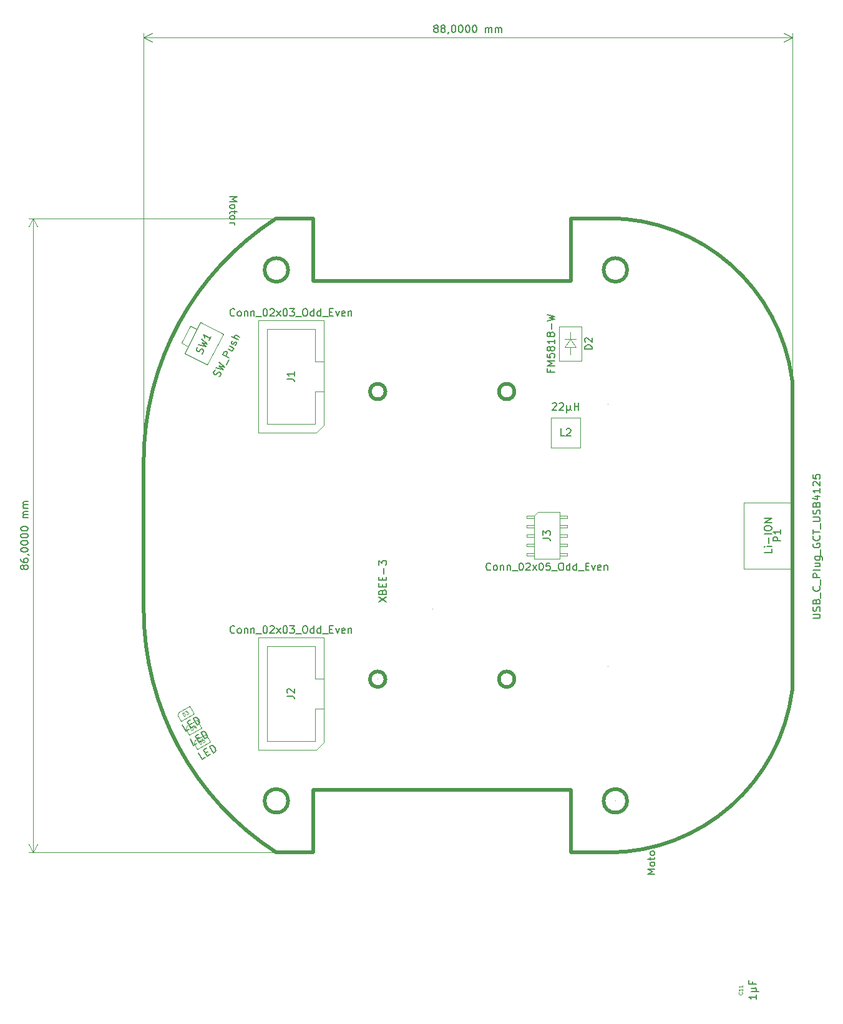
<source format=gbr>
%TF.GenerationSoftware,KiCad,Pcbnew,6.0.7-f9a2dced07~116~ubuntu20.04.1*%
%TF.CreationDate,2022-08-31T16:11:48+02:00*%
%TF.ProjectId,dumber-v3,64756d62-6572-42d7-9633-2e6b69636164,1.1*%
%TF.SameCoordinates,Original*%
%TF.FileFunction,AssemblyDrawing,Top*%
%FSLAX46Y46*%
G04 Gerber Fmt 4.6, Leading zero omitted, Abs format (unit mm)*
G04 Created by KiCad (PCBNEW 6.0.7-f9a2dced07~116~ubuntu20.04.1) date 2022-08-31 16:11:48*
%MOMM*%
%LPD*%
G01*
G04 APERTURE LIST*
%TA.AperFunction,Profile*%
%ADD10C,0.010050*%
%TD*%
%TA.AperFunction,Profile*%
%ADD11C,0.500000*%
%TD*%
%ADD12C,0.150000*%
%ADD13C,0.100000*%
%ADD14C,0.080000*%
G04 APERTURE END LIST*
D10*
X173755025Y-70000000D02*
G75*
G03*
X173755025Y-70000000I-5025J0D01*
G01*
X141505025Y-86500000D02*
G75*
G03*
X141505025Y-86500000I-5025J0D01*
G01*
D11*
X175350000Y-70000000D02*
G75*
G03*
X175350000Y-70000000I-1600000J0D01*
G01*
X142550000Y-86500000D02*
G75*
G03*
X142550000Y-86500000I-1050000J0D01*
G01*
X167750000Y-63000000D02*
X167750000Y-71500000D01*
X109750000Y-96000000D02*
X109750000Y-116000000D01*
X129350000Y-142000000D02*
G75*
G03*
X129350000Y-142000000I-1600000J0D01*
G01*
X127750000Y-63000000D02*
G75*
G03*
X109750000Y-96000000I21250000J-33000000D01*
G01*
X197750000Y-127000000D02*
X197750000Y-85000000D01*
X129350000Y-70000000D02*
G75*
G03*
X129350000Y-70000000I-1600000J0D01*
G01*
X167750000Y-149000000D02*
X172750000Y-149000000D01*
X172750000Y-63000000D02*
X167750000Y-63000000D01*
D10*
X172755025Y-123795455D02*
G75*
G03*
X172755025Y-123795455I-5025J0D01*
G01*
X159005025Y-125500000D02*
G75*
G03*
X159005025Y-125500000I-5025J0D01*
G01*
X159005025Y-86500000D02*
G75*
G03*
X159005025Y-86500000I-5025J0D01*
G01*
X172755025Y-88204545D02*
G75*
G03*
X172755025Y-88204545I-5025J0D01*
G01*
X149005025Y-116000000D02*
G75*
G03*
X149005025Y-116000000I-5025J0D01*
G01*
D11*
X132750000Y-149000000D02*
X132750000Y-140500000D01*
X167750000Y-140500000D02*
X167750000Y-149000000D01*
X127750000Y-149000000D02*
X132750000Y-149000000D01*
X167750000Y-71500000D02*
X132750000Y-71500000D01*
D10*
X127755025Y-70000000D02*
G75*
G03*
X127755025Y-70000000I-5025J0D01*
G01*
D11*
X109750000Y-116000000D02*
G75*
G03*
X127750000Y-149000000I39250000J0D01*
G01*
X175350000Y-142000000D02*
G75*
G03*
X175350000Y-142000000I-1600000J0D01*
G01*
D10*
X149005025Y-96000000D02*
G75*
G03*
X149005025Y-96000000I-5025J0D01*
G01*
D11*
X132750000Y-63000000D02*
X127750000Y-63000000D01*
X132750000Y-71500000D02*
X132750000Y-63000000D01*
X197750047Y-84999994D02*
G75*
G03*
X172750000Y-63000000I-25000047J-3204606D01*
G01*
X160050000Y-86500000D02*
G75*
G03*
X160050000Y-86500000I-1050000J0D01*
G01*
D10*
X173755025Y-142000000D02*
G75*
G03*
X173755025Y-142000000I-5025J0D01*
G01*
X141505025Y-125500000D02*
G75*
G03*
X141505025Y-125500000I-5025J0D01*
G01*
D11*
X132750000Y-140500000D02*
X167750000Y-140500000D01*
X160050000Y-125500000D02*
G75*
G03*
X160050000Y-125500000I-1050000J0D01*
G01*
X142550000Y-125500000D02*
G75*
G03*
X142550000Y-125500000I-1050000J0D01*
G01*
X172750000Y-149000005D02*
G75*
G03*
X197750000Y-127000000I0J25204545D01*
G01*
D10*
X127755025Y-142000000D02*
G75*
G03*
X127755025Y-142000000I-5025J0D01*
G01*
D12*
X93480952Y-110428571D02*
X93433333Y-110523809D01*
X93385714Y-110571428D01*
X93290476Y-110619047D01*
X93242857Y-110619047D01*
X93147619Y-110571428D01*
X93100000Y-110523809D01*
X93052380Y-110428571D01*
X93052380Y-110238095D01*
X93100000Y-110142857D01*
X93147619Y-110095238D01*
X93242857Y-110047619D01*
X93290476Y-110047619D01*
X93385714Y-110095238D01*
X93433333Y-110142857D01*
X93480952Y-110238095D01*
X93480952Y-110428571D01*
X93528571Y-110523809D01*
X93576190Y-110571428D01*
X93671428Y-110619047D01*
X93861904Y-110619047D01*
X93957142Y-110571428D01*
X94004761Y-110523809D01*
X94052380Y-110428571D01*
X94052380Y-110238095D01*
X94004761Y-110142857D01*
X93957142Y-110095238D01*
X93861904Y-110047619D01*
X93671428Y-110047619D01*
X93576190Y-110095238D01*
X93528571Y-110142857D01*
X93480952Y-110238095D01*
X93052380Y-109190476D02*
X93052380Y-109380952D01*
X93100000Y-109476190D01*
X93147619Y-109523809D01*
X93290476Y-109619047D01*
X93480952Y-109666666D01*
X93861904Y-109666666D01*
X93957142Y-109619047D01*
X94004761Y-109571428D01*
X94052380Y-109476190D01*
X94052380Y-109285714D01*
X94004761Y-109190476D01*
X93957142Y-109142857D01*
X93861904Y-109095238D01*
X93623809Y-109095238D01*
X93528571Y-109142857D01*
X93480952Y-109190476D01*
X93433333Y-109285714D01*
X93433333Y-109476190D01*
X93480952Y-109571428D01*
X93528571Y-109619047D01*
X93623809Y-109666666D01*
X94004761Y-108619047D02*
X94052380Y-108619047D01*
X94147619Y-108666666D01*
X94195238Y-108714285D01*
X93052380Y-108000000D02*
X93052380Y-107904761D01*
X93100000Y-107809523D01*
X93147619Y-107761904D01*
X93242857Y-107714285D01*
X93433333Y-107666666D01*
X93671428Y-107666666D01*
X93861904Y-107714285D01*
X93957142Y-107761904D01*
X94004761Y-107809523D01*
X94052380Y-107904761D01*
X94052380Y-108000000D01*
X94004761Y-108095238D01*
X93957142Y-108142857D01*
X93861904Y-108190476D01*
X93671428Y-108238095D01*
X93433333Y-108238095D01*
X93242857Y-108190476D01*
X93147619Y-108142857D01*
X93100000Y-108095238D01*
X93052380Y-108000000D01*
X93052380Y-107047619D02*
X93052380Y-106952380D01*
X93100000Y-106857142D01*
X93147619Y-106809523D01*
X93242857Y-106761904D01*
X93433333Y-106714285D01*
X93671428Y-106714285D01*
X93861904Y-106761904D01*
X93957142Y-106809523D01*
X94004761Y-106857142D01*
X94052380Y-106952380D01*
X94052380Y-107047619D01*
X94004761Y-107142857D01*
X93957142Y-107190476D01*
X93861904Y-107238095D01*
X93671428Y-107285714D01*
X93433333Y-107285714D01*
X93242857Y-107238095D01*
X93147619Y-107190476D01*
X93100000Y-107142857D01*
X93052380Y-107047619D01*
X93052380Y-106095238D02*
X93052380Y-106000000D01*
X93100000Y-105904761D01*
X93147619Y-105857142D01*
X93242857Y-105809523D01*
X93433333Y-105761904D01*
X93671428Y-105761904D01*
X93861904Y-105809523D01*
X93957142Y-105857142D01*
X94004761Y-105904761D01*
X94052380Y-106000000D01*
X94052380Y-106095238D01*
X94004761Y-106190476D01*
X93957142Y-106238095D01*
X93861904Y-106285714D01*
X93671428Y-106333333D01*
X93433333Y-106333333D01*
X93242857Y-106285714D01*
X93147619Y-106238095D01*
X93100000Y-106190476D01*
X93052380Y-106095238D01*
X93052380Y-105142857D02*
X93052380Y-105047619D01*
X93100000Y-104952380D01*
X93147619Y-104904761D01*
X93242857Y-104857142D01*
X93433333Y-104809523D01*
X93671428Y-104809523D01*
X93861904Y-104857142D01*
X93957142Y-104904761D01*
X94004761Y-104952380D01*
X94052380Y-105047619D01*
X94052380Y-105142857D01*
X94004761Y-105238095D01*
X93957142Y-105285714D01*
X93861904Y-105333333D01*
X93671428Y-105380952D01*
X93433333Y-105380952D01*
X93242857Y-105333333D01*
X93147619Y-105285714D01*
X93100000Y-105238095D01*
X93052380Y-105142857D01*
X94052380Y-103619047D02*
X93385714Y-103619047D01*
X93480952Y-103619047D02*
X93433333Y-103571428D01*
X93385714Y-103476190D01*
X93385714Y-103333333D01*
X93433333Y-103238095D01*
X93528571Y-103190476D01*
X94052380Y-103190476D01*
X93528571Y-103190476D02*
X93433333Y-103142857D01*
X93385714Y-103047619D01*
X93385714Y-102904761D01*
X93433333Y-102809523D01*
X93528571Y-102761904D01*
X94052380Y-102761904D01*
X94052380Y-102285714D02*
X93385714Y-102285714D01*
X93480952Y-102285714D02*
X93433333Y-102238095D01*
X93385714Y-102142857D01*
X93385714Y-102000000D01*
X93433333Y-101904761D01*
X93528571Y-101857142D01*
X94052380Y-101857142D01*
X93528571Y-101857142D02*
X93433333Y-101809523D01*
X93385714Y-101714285D01*
X93385714Y-101571428D01*
X93433333Y-101476190D01*
X93528571Y-101428571D01*
X94052380Y-101428571D01*
D13*
X129750000Y-63000000D02*
X94163580Y-63000000D01*
X129750000Y-149000000D02*
X94163580Y-149000000D01*
X94750000Y-63000000D02*
X94750000Y-149000000D01*
X94750000Y-63000000D02*
X94750000Y-149000000D01*
X94750000Y-63000000D02*
X94163579Y-64126504D01*
X94750000Y-63000000D02*
X95336421Y-64126504D01*
X94750000Y-149000000D02*
X95336421Y-147873496D01*
X94750000Y-149000000D02*
X94163579Y-147873496D01*
D12*
X149321428Y-37230952D02*
X149226190Y-37183333D01*
X149178571Y-37135714D01*
X149130952Y-37040476D01*
X149130952Y-36992857D01*
X149178571Y-36897619D01*
X149226190Y-36850000D01*
X149321428Y-36802380D01*
X149511904Y-36802380D01*
X149607142Y-36850000D01*
X149654761Y-36897619D01*
X149702380Y-36992857D01*
X149702380Y-37040476D01*
X149654761Y-37135714D01*
X149607142Y-37183333D01*
X149511904Y-37230952D01*
X149321428Y-37230952D01*
X149226190Y-37278571D01*
X149178571Y-37326190D01*
X149130952Y-37421428D01*
X149130952Y-37611904D01*
X149178571Y-37707142D01*
X149226190Y-37754761D01*
X149321428Y-37802380D01*
X149511904Y-37802380D01*
X149607142Y-37754761D01*
X149654761Y-37707142D01*
X149702380Y-37611904D01*
X149702380Y-37421428D01*
X149654761Y-37326190D01*
X149607142Y-37278571D01*
X149511904Y-37230952D01*
X150273809Y-37230952D02*
X150178571Y-37183333D01*
X150130952Y-37135714D01*
X150083333Y-37040476D01*
X150083333Y-36992857D01*
X150130952Y-36897619D01*
X150178571Y-36850000D01*
X150273809Y-36802380D01*
X150464285Y-36802380D01*
X150559523Y-36850000D01*
X150607142Y-36897619D01*
X150654761Y-36992857D01*
X150654761Y-37040476D01*
X150607142Y-37135714D01*
X150559523Y-37183333D01*
X150464285Y-37230952D01*
X150273809Y-37230952D01*
X150178571Y-37278571D01*
X150130952Y-37326190D01*
X150083333Y-37421428D01*
X150083333Y-37611904D01*
X150130952Y-37707142D01*
X150178571Y-37754761D01*
X150273809Y-37802380D01*
X150464285Y-37802380D01*
X150559523Y-37754761D01*
X150607142Y-37707142D01*
X150654761Y-37611904D01*
X150654761Y-37421428D01*
X150607142Y-37326190D01*
X150559523Y-37278571D01*
X150464285Y-37230952D01*
X151130952Y-37754761D02*
X151130952Y-37802380D01*
X151083333Y-37897619D01*
X151035714Y-37945238D01*
X151750000Y-36802380D02*
X151845238Y-36802380D01*
X151940476Y-36850000D01*
X151988095Y-36897619D01*
X152035714Y-36992857D01*
X152083333Y-37183333D01*
X152083333Y-37421428D01*
X152035714Y-37611904D01*
X151988095Y-37707142D01*
X151940476Y-37754761D01*
X151845238Y-37802380D01*
X151750000Y-37802380D01*
X151654761Y-37754761D01*
X151607142Y-37707142D01*
X151559523Y-37611904D01*
X151511904Y-37421428D01*
X151511904Y-37183333D01*
X151559523Y-36992857D01*
X151607142Y-36897619D01*
X151654761Y-36850000D01*
X151750000Y-36802380D01*
X152702380Y-36802380D02*
X152797619Y-36802380D01*
X152892857Y-36850000D01*
X152940476Y-36897619D01*
X152988095Y-36992857D01*
X153035714Y-37183333D01*
X153035714Y-37421428D01*
X152988095Y-37611904D01*
X152940476Y-37707142D01*
X152892857Y-37754761D01*
X152797619Y-37802380D01*
X152702380Y-37802380D01*
X152607142Y-37754761D01*
X152559523Y-37707142D01*
X152511904Y-37611904D01*
X152464285Y-37421428D01*
X152464285Y-37183333D01*
X152511904Y-36992857D01*
X152559523Y-36897619D01*
X152607142Y-36850000D01*
X152702380Y-36802380D01*
X153654761Y-36802380D02*
X153750000Y-36802380D01*
X153845238Y-36850000D01*
X153892857Y-36897619D01*
X153940476Y-36992857D01*
X153988095Y-37183333D01*
X153988095Y-37421428D01*
X153940476Y-37611904D01*
X153892857Y-37707142D01*
X153845238Y-37754761D01*
X153750000Y-37802380D01*
X153654761Y-37802380D01*
X153559523Y-37754761D01*
X153511904Y-37707142D01*
X153464285Y-37611904D01*
X153416666Y-37421428D01*
X153416666Y-37183333D01*
X153464285Y-36992857D01*
X153511904Y-36897619D01*
X153559523Y-36850000D01*
X153654761Y-36802380D01*
X154607142Y-36802380D02*
X154702380Y-36802380D01*
X154797619Y-36850000D01*
X154845238Y-36897619D01*
X154892857Y-36992857D01*
X154940476Y-37183333D01*
X154940476Y-37421428D01*
X154892857Y-37611904D01*
X154845238Y-37707142D01*
X154797619Y-37754761D01*
X154702380Y-37802380D01*
X154607142Y-37802380D01*
X154511904Y-37754761D01*
X154464285Y-37707142D01*
X154416666Y-37611904D01*
X154369047Y-37421428D01*
X154369047Y-37183333D01*
X154416666Y-36992857D01*
X154464285Y-36897619D01*
X154511904Y-36850000D01*
X154607142Y-36802380D01*
X156130952Y-37802380D02*
X156130952Y-37135714D01*
X156130952Y-37230952D02*
X156178571Y-37183333D01*
X156273809Y-37135714D01*
X156416666Y-37135714D01*
X156511904Y-37183333D01*
X156559523Y-37278571D01*
X156559523Y-37802380D01*
X156559523Y-37278571D02*
X156607142Y-37183333D01*
X156702380Y-37135714D01*
X156845238Y-37135714D01*
X156940476Y-37183333D01*
X156988095Y-37278571D01*
X156988095Y-37802380D01*
X157464285Y-37802380D02*
X157464285Y-37135714D01*
X157464285Y-37230952D02*
X157511904Y-37183333D01*
X157607142Y-37135714D01*
X157750000Y-37135714D01*
X157845238Y-37183333D01*
X157892857Y-37278571D01*
X157892857Y-37802380D01*
X157892857Y-37278571D02*
X157940476Y-37183333D01*
X158035714Y-37135714D01*
X158178571Y-37135714D01*
X158273809Y-37183333D01*
X158321428Y-37278571D01*
X158321428Y-37802380D01*
D13*
X109750000Y-102000000D02*
X109750000Y-37913580D01*
X197750000Y-102000000D02*
X197750000Y-37913580D01*
X109750000Y-38500000D02*
X197750000Y-38500000D01*
X109750000Y-38500000D02*
X197750000Y-38500000D01*
X109750000Y-38500000D02*
X110876504Y-39086421D01*
X109750000Y-38500000D02*
X110876504Y-37913579D01*
X197750000Y-38500000D02*
X196623496Y-37913579D01*
X197750000Y-38500000D02*
X196623496Y-39086421D01*
D12*
%TO.C,M1*%
X179102380Y-151933333D02*
X178102380Y-151933333D01*
X178816666Y-151600000D01*
X178102380Y-151266666D01*
X179102380Y-151266666D01*
X179102380Y-150647619D02*
X179054761Y-150742857D01*
X179007142Y-150790476D01*
X178911904Y-150838095D01*
X178626190Y-150838095D01*
X178530952Y-150790476D01*
X178483333Y-150742857D01*
X178435714Y-150647619D01*
X178435714Y-150504761D01*
X178483333Y-150409523D01*
X178530952Y-150361904D01*
X178626190Y-150314285D01*
X178911904Y-150314285D01*
X179007142Y-150361904D01*
X179054761Y-150409523D01*
X179102380Y-150504761D01*
X179102380Y-150647619D01*
X178435714Y-150028571D02*
X178435714Y-149647619D01*
X178102380Y-149885714D02*
X178959523Y-149885714D01*
X179054761Y-149838095D01*
X179102380Y-149742857D01*
X179102380Y-149647619D01*
X179102380Y-149171428D02*
X179054761Y-149266666D01*
X179007142Y-149314285D01*
X178911904Y-149361904D01*
X178626190Y-149361904D01*
X178530952Y-149314285D01*
X178483333Y-149266666D01*
X178435714Y-149171428D01*
X178435714Y-149028571D01*
X178483333Y-148933333D01*
X178530952Y-148885714D01*
X178626190Y-148838095D01*
X178911904Y-148838095D01*
X179007142Y-148885714D01*
X179054761Y-148933333D01*
X179102380Y-149028571D01*
X179102380Y-149171428D01*
X179102380Y-148409523D02*
X178435714Y-148409523D01*
X178626190Y-148409523D02*
X178530952Y-148361904D01*
X178483333Y-148314285D01*
X178435714Y-148219047D01*
X178435714Y-148123809D01*
%TO.C,SW1*%
X119995578Y-84488173D02*
X120102863Y-84382505D01*
X120210956Y-84170361D01*
X120211764Y-84063884D01*
X120190954Y-83999837D01*
X120127714Y-83914171D01*
X120042857Y-83870933D01*
X119936380Y-83870125D01*
X119872333Y-83890935D01*
X119786667Y-83954175D01*
X119657763Y-84102272D01*
X119572097Y-84165511D01*
X119508050Y-84186321D01*
X119401574Y-84185513D01*
X119316716Y-84142275D01*
X119253477Y-84056609D01*
X119232666Y-83992562D01*
X119233475Y-83886086D01*
X119341568Y-83673941D01*
X119448852Y-83568273D01*
X119557754Y-83249652D02*
X120556853Y-83491498D01*
X120006894Y-82997504D01*
X120729802Y-83152067D01*
X119946888Y-82485932D01*
X120987608Y-82855874D02*
X121333506Y-82177011D01*
X121356741Y-81921630D02*
X120465735Y-81467639D01*
X120638683Y-81128208D01*
X120724349Y-81064969D01*
X120788397Y-81044159D01*
X120894873Y-81044967D01*
X121022160Y-81109823D01*
X121085399Y-81195489D01*
X121106209Y-81259536D01*
X121105401Y-81366013D01*
X120932452Y-81705444D01*
X121411295Y-80346103D02*
X122005299Y-80648763D01*
X121216727Y-80727963D02*
X121683445Y-80965767D01*
X121789921Y-80966576D01*
X121875587Y-80903337D01*
X121940443Y-80776050D01*
X121941251Y-80669574D01*
X121920441Y-80605526D01*
X122157437Y-80245285D02*
X122243103Y-80182046D01*
X122329578Y-80012330D01*
X122330386Y-79905854D01*
X122267147Y-79820188D01*
X122224718Y-79798569D01*
X122118242Y-79797761D01*
X122032576Y-79861000D01*
X121967720Y-79988287D01*
X121882054Y-80051526D01*
X121775577Y-80050717D01*
X121733149Y-80029099D01*
X121669909Y-79943433D01*
X121670718Y-79836956D01*
X121735574Y-79709670D01*
X121821240Y-79646431D01*
X122589001Y-79503184D02*
X121697994Y-79049193D01*
X122783568Y-79121324D02*
X122316851Y-78883519D01*
X122210374Y-78882711D01*
X122124708Y-78945950D01*
X122059852Y-79073237D01*
X122059044Y-79179713D01*
X122079854Y-79243760D01*
X117655324Y-81371766D02*
X117762609Y-81266098D01*
X117870702Y-81053954D01*
X117871510Y-80947477D01*
X117850700Y-80883430D01*
X117787461Y-80797764D01*
X117702603Y-80754527D01*
X117596127Y-80753718D01*
X117532079Y-80774529D01*
X117446413Y-80837768D01*
X117317510Y-80985865D01*
X117231844Y-81049104D01*
X117167796Y-81069914D01*
X117061320Y-81069106D01*
X116976462Y-81025869D01*
X116913223Y-80940203D01*
X116892413Y-80876155D01*
X116893221Y-80769679D01*
X117001314Y-80557534D01*
X117108599Y-80451866D01*
X117217500Y-80133246D02*
X118216599Y-80375092D01*
X117666641Y-79881097D01*
X118389548Y-80035661D01*
X117606635Y-79369526D01*
X118908395Y-79017367D02*
X118648971Y-79526514D01*
X118778683Y-79271941D02*
X117887676Y-78817950D01*
X117971726Y-78967664D01*
X118013346Y-79095759D01*
X118012538Y-79202235D01*
%TO.C,J1*%
X122087142Y-76177142D02*
X122039523Y-76224761D01*
X121896666Y-76272380D01*
X121801428Y-76272380D01*
X121658571Y-76224761D01*
X121563333Y-76129523D01*
X121515714Y-76034285D01*
X121468095Y-75843809D01*
X121468095Y-75700952D01*
X121515714Y-75510476D01*
X121563333Y-75415238D01*
X121658571Y-75320000D01*
X121801428Y-75272380D01*
X121896666Y-75272380D01*
X122039523Y-75320000D01*
X122087142Y-75367619D01*
X122658571Y-76272380D02*
X122563333Y-76224761D01*
X122515714Y-76177142D01*
X122468095Y-76081904D01*
X122468095Y-75796190D01*
X122515714Y-75700952D01*
X122563333Y-75653333D01*
X122658571Y-75605714D01*
X122801428Y-75605714D01*
X122896666Y-75653333D01*
X122944285Y-75700952D01*
X122991904Y-75796190D01*
X122991904Y-76081904D01*
X122944285Y-76177142D01*
X122896666Y-76224761D01*
X122801428Y-76272380D01*
X122658571Y-76272380D01*
X123420476Y-75605714D02*
X123420476Y-76272380D01*
X123420476Y-75700952D02*
X123468095Y-75653333D01*
X123563333Y-75605714D01*
X123706190Y-75605714D01*
X123801428Y-75653333D01*
X123849047Y-75748571D01*
X123849047Y-76272380D01*
X124325238Y-75605714D02*
X124325238Y-76272380D01*
X124325238Y-75700952D02*
X124372857Y-75653333D01*
X124468095Y-75605714D01*
X124610952Y-75605714D01*
X124706190Y-75653333D01*
X124753809Y-75748571D01*
X124753809Y-76272380D01*
X124991904Y-76367619D02*
X125753809Y-76367619D01*
X126182380Y-75272380D02*
X126277619Y-75272380D01*
X126372857Y-75320000D01*
X126420476Y-75367619D01*
X126468095Y-75462857D01*
X126515714Y-75653333D01*
X126515714Y-75891428D01*
X126468095Y-76081904D01*
X126420476Y-76177142D01*
X126372857Y-76224761D01*
X126277619Y-76272380D01*
X126182380Y-76272380D01*
X126087142Y-76224761D01*
X126039523Y-76177142D01*
X125991904Y-76081904D01*
X125944285Y-75891428D01*
X125944285Y-75653333D01*
X125991904Y-75462857D01*
X126039523Y-75367619D01*
X126087142Y-75320000D01*
X126182380Y-75272380D01*
X126896666Y-75367619D02*
X126944285Y-75320000D01*
X127039523Y-75272380D01*
X127277619Y-75272380D01*
X127372857Y-75320000D01*
X127420476Y-75367619D01*
X127468095Y-75462857D01*
X127468095Y-75558095D01*
X127420476Y-75700952D01*
X126849047Y-76272380D01*
X127468095Y-76272380D01*
X127801428Y-76272380D02*
X128325238Y-75605714D01*
X127801428Y-75605714D02*
X128325238Y-76272380D01*
X128896666Y-75272380D02*
X128991904Y-75272380D01*
X129087142Y-75320000D01*
X129134761Y-75367619D01*
X129182380Y-75462857D01*
X129230000Y-75653333D01*
X129230000Y-75891428D01*
X129182380Y-76081904D01*
X129134761Y-76177142D01*
X129087142Y-76224761D01*
X128991904Y-76272380D01*
X128896666Y-76272380D01*
X128801428Y-76224761D01*
X128753809Y-76177142D01*
X128706190Y-76081904D01*
X128658571Y-75891428D01*
X128658571Y-75653333D01*
X128706190Y-75462857D01*
X128753809Y-75367619D01*
X128801428Y-75320000D01*
X128896666Y-75272380D01*
X129563333Y-75272380D02*
X130182380Y-75272380D01*
X129849047Y-75653333D01*
X129991904Y-75653333D01*
X130087142Y-75700952D01*
X130134761Y-75748571D01*
X130182380Y-75843809D01*
X130182380Y-76081904D01*
X130134761Y-76177142D01*
X130087142Y-76224761D01*
X129991904Y-76272380D01*
X129706190Y-76272380D01*
X129610952Y-76224761D01*
X129563333Y-76177142D01*
X130372857Y-76367619D02*
X131134761Y-76367619D01*
X131563333Y-75272380D02*
X131753809Y-75272380D01*
X131849047Y-75320000D01*
X131944285Y-75415238D01*
X131991904Y-75605714D01*
X131991904Y-75939047D01*
X131944285Y-76129523D01*
X131849047Y-76224761D01*
X131753809Y-76272380D01*
X131563333Y-76272380D01*
X131468095Y-76224761D01*
X131372857Y-76129523D01*
X131325238Y-75939047D01*
X131325238Y-75605714D01*
X131372857Y-75415238D01*
X131468095Y-75320000D01*
X131563333Y-75272380D01*
X132849047Y-76272380D02*
X132849047Y-75272380D01*
X132849047Y-76224761D02*
X132753809Y-76272380D01*
X132563333Y-76272380D01*
X132468095Y-76224761D01*
X132420476Y-76177142D01*
X132372857Y-76081904D01*
X132372857Y-75796190D01*
X132420476Y-75700952D01*
X132468095Y-75653333D01*
X132563333Y-75605714D01*
X132753809Y-75605714D01*
X132849047Y-75653333D01*
X133753809Y-76272380D02*
X133753809Y-75272380D01*
X133753809Y-76224761D02*
X133658571Y-76272380D01*
X133468095Y-76272380D01*
X133372857Y-76224761D01*
X133325238Y-76177142D01*
X133277619Y-76081904D01*
X133277619Y-75796190D01*
X133325238Y-75700952D01*
X133372857Y-75653333D01*
X133468095Y-75605714D01*
X133658571Y-75605714D01*
X133753809Y-75653333D01*
X133991904Y-76367619D02*
X134753809Y-76367619D01*
X134991904Y-75748571D02*
X135325238Y-75748571D01*
X135468095Y-76272380D02*
X134991904Y-76272380D01*
X134991904Y-75272380D01*
X135468095Y-75272380D01*
X135801428Y-75605714D02*
X136039523Y-76272380D01*
X136277619Y-75605714D01*
X137039523Y-76224761D02*
X136944285Y-76272380D01*
X136753809Y-76272380D01*
X136658571Y-76224761D01*
X136610952Y-76129523D01*
X136610952Y-75748571D01*
X136658571Y-75653333D01*
X136753809Y-75605714D01*
X136944285Y-75605714D01*
X137039523Y-75653333D01*
X137087142Y-75748571D01*
X137087142Y-75843809D01*
X136610952Y-75939047D01*
X137515714Y-75605714D02*
X137515714Y-76272380D01*
X137515714Y-75700952D02*
X137563333Y-75653333D01*
X137658571Y-75605714D01*
X137801428Y-75605714D01*
X137896666Y-75653333D01*
X137944285Y-75748571D01*
X137944285Y-76272380D01*
X129182380Y-84793333D02*
X129896666Y-84793333D01*
X130039523Y-84840952D01*
X130134761Y-84936190D01*
X130182380Y-85079047D01*
X130182380Y-85174285D01*
X130182380Y-83793333D02*
X130182380Y-84364761D01*
X130182380Y-84079047D02*
X129182380Y-84079047D01*
X129325238Y-84174285D01*
X129420476Y-84269523D01*
X129468095Y-84364761D01*
%TO.C,D2*%
X164968571Y-83533809D02*
X164968571Y-83867142D01*
X165492380Y-83867142D02*
X164492380Y-83867142D01*
X164492380Y-83390952D01*
X165492380Y-83010000D02*
X164492380Y-83010000D01*
X165206666Y-82676666D01*
X164492380Y-82343333D01*
X165492380Y-82343333D01*
X164492380Y-81390952D02*
X164492380Y-81867142D01*
X164968571Y-81914761D01*
X164920952Y-81867142D01*
X164873333Y-81771904D01*
X164873333Y-81533809D01*
X164920952Y-81438571D01*
X164968571Y-81390952D01*
X165063809Y-81343333D01*
X165301904Y-81343333D01*
X165397142Y-81390952D01*
X165444761Y-81438571D01*
X165492380Y-81533809D01*
X165492380Y-81771904D01*
X165444761Y-81867142D01*
X165397142Y-81914761D01*
X164920952Y-80771904D02*
X164873333Y-80867142D01*
X164825714Y-80914761D01*
X164730476Y-80962380D01*
X164682857Y-80962380D01*
X164587619Y-80914761D01*
X164540000Y-80867142D01*
X164492380Y-80771904D01*
X164492380Y-80581428D01*
X164540000Y-80486190D01*
X164587619Y-80438571D01*
X164682857Y-80390952D01*
X164730476Y-80390952D01*
X164825714Y-80438571D01*
X164873333Y-80486190D01*
X164920952Y-80581428D01*
X164920952Y-80771904D01*
X164968571Y-80867142D01*
X165016190Y-80914761D01*
X165111428Y-80962380D01*
X165301904Y-80962380D01*
X165397142Y-80914761D01*
X165444761Y-80867142D01*
X165492380Y-80771904D01*
X165492380Y-80581428D01*
X165444761Y-80486190D01*
X165397142Y-80438571D01*
X165301904Y-80390952D01*
X165111428Y-80390952D01*
X165016190Y-80438571D01*
X164968571Y-80486190D01*
X164920952Y-80581428D01*
X165492380Y-79438571D02*
X165492380Y-80010000D01*
X165492380Y-79724285D02*
X164492380Y-79724285D01*
X164635238Y-79819523D01*
X164730476Y-79914761D01*
X164778095Y-80010000D01*
X164920952Y-78867142D02*
X164873333Y-78962380D01*
X164825714Y-79010000D01*
X164730476Y-79057619D01*
X164682857Y-79057619D01*
X164587619Y-79010000D01*
X164540000Y-78962380D01*
X164492380Y-78867142D01*
X164492380Y-78676666D01*
X164540000Y-78581428D01*
X164587619Y-78533809D01*
X164682857Y-78486190D01*
X164730476Y-78486190D01*
X164825714Y-78533809D01*
X164873333Y-78581428D01*
X164920952Y-78676666D01*
X164920952Y-78867142D01*
X164968571Y-78962380D01*
X165016190Y-79010000D01*
X165111428Y-79057619D01*
X165301904Y-79057619D01*
X165397142Y-79010000D01*
X165444761Y-78962380D01*
X165492380Y-78867142D01*
X165492380Y-78676666D01*
X165444761Y-78581428D01*
X165397142Y-78533809D01*
X165301904Y-78486190D01*
X165111428Y-78486190D01*
X165016190Y-78533809D01*
X164968571Y-78581428D01*
X164920952Y-78676666D01*
X165111428Y-78057619D02*
X165111428Y-77295714D01*
X164492380Y-76914761D02*
X165492380Y-76676666D01*
X164778095Y-76486190D01*
X165492380Y-76295714D01*
X164492380Y-76057619D01*
X170592380Y-80748095D02*
X169592380Y-80748095D01*
X169592380Y-80510000D01*
X169640000Y-80367142D01*
X169735238Y-80271904D01*
X169830476Y-80224285D01*
X170020952Y-80176666D01*
X170163809Y-80176666D01*
X170354285Y-80224285D01*
X170449523Y-80271904D01*
X170544761Y-80367142D01*
X170592380Y-80510000D01*
X170592380Y-80748095D01*
X169687619Y-79795714D02*
X169640000Y-79748095D01*
X169592380Y-79652857D01*
X169592380Y-79414761D01*
X169640000Y-79319523D01*
X169687619Y-79271904D01*
X169782857Y-79224285D01*
X169878095Y-79224285D01*
X170020952Y-79271904D01*
X170592380Y-79843333D01*
X170592380Y-79224285D01*
%TO.C,D5*%
X118094459Y-136127143D02*
X117682066Y-136365239D01*
X117182066Y-135499213D01*
X118121230Y-135506844D02*
X118409905Y-135340178D01*
X118795528Y-135722382D02*
X118383134Y-135960477D01*
X117883134Y-135094451D01*
X118295528Y-134856356D01*
X119166681Y-135508096D02*
X118666681Y-134642070D01*
X118872878Y-134523023D01*
X119020405Y-134492834D01*
X119150503Y-134527693D01*
X119239361Y-134586362D01*
X119375839Y-134727510D01*
X119447267Y-134851228D01*
X119501266Y-135039995D01*
X119507646Y-135146283D01*
X119472786Y-135276380D01*
X119372878Y-135389048D01*
X119166681Y-135508096D01*
D14*
X117393490Y-134365410D02*
X117143490Y-133932397D01*
X117246588Y-133872873D01*
X117320352Y-133857779D01*
X117385401Y-133875209D01*
X117429830Y-133904543D01*
X117498069Y-133975117D01*
X117533783Y-134036976D01*
X117560782Y-134131359D01*
X117563972Y-134184503D01*
X117546543Y-134249552D01*
X117496588Y-134305886D01*
X117393490Y-134365410D01*
X117782699Y-133563350D02*
X117576503Y-133682397D01*
X117674931Y-133900499D01*
X117683646Y-133867974D01*
X117712980Y-133823545D01*
X117816078Y-133764021D01*
X117869223Y-133760831D01*
X117901747Y-133769546D01*
X117946176Y-133798881D01*
X118005700Y-133901979D01*
X118008890Y-133955123D01*
X118000175Y-133987647D01*
X117970840Y-134032077D01*
X117867742Y-134091600D01*
X117814598Y-134094790D01*
X117782074Y-134086075D01*
D12*
%TO.C,M2*%
X121447619Y-60066666D02*
X122447619Y-60066666D01*
X121733333Y-60400000D01*
X122447619Y-60733333D01*
X121447619Y-60733333D01*
X121447619Y-61352380D02*
X121495238Y-61257142D01*
X121542857Y-61209523D01*
X121638095Y-61161904D01*
X121923809Y-61161904D01*
X122019047Y-61209523D01*
X122066666Y-61257142D01*
X122114285Y-61352380D01*
X122114285Y-61495238D01*
X122066666Y-61590476D01*
X122019047Y-61638095D01*
X121923809Y-61685714D01*
X121638095Y-61685714D01*
X121542857Y-61638095D01*
X121495238Y-61590476D01*
X121447619Y-61495238D01*
X121447619Y-61352380D01*
X122114285Y-61971428D02*
X122114285Y-62352380D01*
X122447619Y-62114285D02*
X121590476Y-62114285D01*
X121495238Y-62161904D01*
X121447619Y-62257142D01*
X121447619Y-62352380D01*
X121447619Y-62828571D02*
X121495238Y-62733333D01*
X121542857Y-62685714D01*
X121638095Y-62638095D01*
X121923809Y-62638095D01*
X122019047Y-62685714D01*
X122066666Y-62733333D01*
X122114285Y-62828571D01*
X122114285Y-62971428D01*
X122066666Y-63066666D01*
X122019047Y-63114285D01*
X121923809Y-63161904D01*
X121638095Y-63161904D01*
X121542857Y-63114285D01*
X121495238Y-63066666D01*
X121447619Y-62971428D01*
X121447619Y-62828571D01*
X121447619Y-63590476D02*
X122114285Y-63590476D01*
X121923809Y-63590476D02*
X122019047Y-63638095D01*
X122066666Y-63685714D01*
X122114285Y-63780952D01*
X122114285Y-63876190D01*
%TO.C,BT1*%
X194952380Y-107833333D02*
X194952380Y-108309523D01*
X193952380Y-108309523D01*
X194952380Y-107500000D02*
X194285714Y-107500000D01*
X193952380Y-107500000D02*
X194000000Y-107547619D01*
X194047619Y-107500000D01*
X194000000Y-107452380D01*
X193952380Y-107500000D01*
X194047619Y-107500000D01*
X194571428Y-107023809D02*
X194571428Y-106261904D01*
X194952380Y-105785714D02*
X193952380Y-105785714D01*
X193952380Y-105119047D02*
X193952380Y-104928571D01*
X194000000Y-104833333D01*
X194095238Y-104738095D01*
X194285714Y-104690476D01*
X194619047Y-104690476D01*
X194809523Y-104738095D01*
X194904761Y-104833333D01*
X194952380Y-104928571D01*
X194952380Y-105119047D01*
X194904761Y-105214285D01*
X194809523Y-105309523D01*
X194619047Y-105357142D01*
X194285714Y-105357142D01*
X194095238Y-105309523D01*
X194000000Y-105214285D01*
X193952380Y-105119047D01*
X194952380Y-104261904D02*
X193952380Y-104261904D01*
X194952380Y-103690476D01*
X193952380Y-103690476D01*
%TO.C,J2*%
X122087142Y-119177142D02*
X122039523Y-119224761D01*
X121896666Y-119272380D01*
X121801428Y-119272380D01*
X121658571Y-119224761D01*
X121563333Y-119129523D01*
X121515714Y-119034285D01*
X121468095Y-118843809D01*
X121468095Y-118700952D01*
X121515714Y-118510476D01*
X121563333Y-118415238D01*
X121658571Y-118320000D01*
X121801428Y-118272380D01*
X121896666Y-118272380D01*
X122039523Y-118320000D01*
X122087142Y-118367619D01*
X122658571Y-119272380D02*
X122563333Y-119224761D01*
X122515714Y-119177142D01*
X122468095Y-119081904D01*
X122468095Y-118796190D01*
X122515714Y-118700952D01*
X122563333Y-118653333D01*
X122658571Y-118605714D01*
X122801428Y-118605714D01*
X122896666Y-118653333D01*
X122944285Y-118700952D01*
X122991904Y-118796190D01*
X122991904Y-119081904D01*
X122944285Y-119177142D01*
X122896666Y-119224761D01*
X122801428Y-119272380D01*
X122658571Y-119272380D01*
X123420476Y-118605714D02*
X123420476Y-119272380D01*
X123420476Y-118700952D02*
X123468095Y-118653333D01*
X123563333Y-118605714D01*
X123706190Y-118605714D01*
X123801428Y-118653333D01*
X123849047Y-118748571D01*
X123849047Y-119272380D01*
X124325238Y-118605714D02*
X124325238Y-119272380D01*
X124325238Y-118700952D02*
X124372857Y-118653333D01*
X124468095Y-118605714D01*
X124610952Y-118605714D01*
X124706190Y-118653333D01*
X124753809Y-118748571D01*
X124753809Y-119272380D01*
X124991904Y-119367619D02*
X125753809Y-119367619D01*
X126182380Y-118272380D02*
X126277619Y-118272380D01*
X126372857Y-118320000D01*
X126420476Y-118367619D01*
X126468095Y-118462857D01*
X126515714Y-118653333D01*
X126515714Y-118891428D01*
X126468095Y-119081904D01*
X126420476Y-119177142D01*
X126372857Y-119224761D01*
X126277619Y-119272380D01*
X126182380Y-119272380D01*
X126087142Y-119224761D01*
X126039523Y-119177142D01*
X125991904Y-119081904D01*
X125944285Y-118891428D01*
X125944285Y-118653333D01*
X125991904Y-118462857D01*
X126039523Y-118367619D01*
X126087142Y-118320000D01*
X126182380Y-118272380D01*
X126896666Y-118367619D02*
X126944285Y-118320000D01*
X127039523Y-118272380D01*
X127277619Y-118272380D01*
X127372857Y-118320000D01*
X127420476Y-118367619D01*
X127468095Y-118462857D01*
X127468095Y-118558095D01*
X127420476Y-118700952D01*
X126849047Y-119272380D01*
X127468095Y-119272380D01*
X127801428Y-119272380D02*
X128325238Y-118605714D01*
X127801428Y-118605714D02*
X128325238Y-119272380D01*
X128896666Y-118272380D02*
X128991904Y-118272380D01*
X129087142Y-118320000D01*
X129134761Y-118367619D01*
X129182380Y-118462857D01*
X129230000Y-118653333D01*
X129230000Y-118891428D01*
X129182380Y-119081904D01*
X129134761Y-119177142D01*
X129087142Y-119224761D01*
X128991904Y-119272380D01*
X128896666Y-119272380D01*
X128801428Y-119224761D01*
X128753809Y-119177142D01*
X128706190Y-119081904D01*
X128658571Y-118891428D01*
X128658571Y-118653333D01*
X128706190Y-118462857D01*
X128753809Y-118367619D01*
X128801428Y-118320000D01*
X128896666Y-118272380D01*
X129563333Y-118272380D02*
X130182380Y-118272380D01*
X129849047Y-118653333D01*
X129991904Y-118653333D01*
X130087142Y-118700952D01*
X130134761Y-118748571D01*
X130182380Y-118843809D01*
X130182380Y-119081904D01*
X130134761Y-119177142D01*
X130087142Y-119224761D01*
X129991904Y-119272380D01*
X129706190Y-119272380D01*
X129610952Y-119224761D01*
X129563333Y-119177142D01*
X130372857Y-119367619D02*
X131134761Y-119367619D01*
X131563333Y-118272380D02*
X131753809Y-118272380D01*
X131849047Y-118320000D01*
X131944285Y-118415238D01*
X131991904Y-118605714D01*
X131991904Y-118939047D01*
X131944285Y-119129523D01*
X131849047Y-119224761D01*
X131753809Y-119272380D01*
X131563333Y-119272380D01*
X131468095Y-119224761D01*
X131372857Y-119129523D01*
X131325238Y-118939047D01*
X131325238Y-118605714D01*
X131372857Y-118415238D01*
X131468095Y-118320000D01*
X131563333Y-118272380D01*
X132849047Y-119272380D02*
X132849047Y-118272380D01*
X132849047Y-119224761D02*
X132753809Y-119272380D01*
X132563333Y-119272380D01*
X132468095Y-119224761D01*
X132420476Y-119177142D01*
X132372857Y-119081904D01*
X132372857Y-118796190D01*
X132420476Y-118700952D01*
X132468095Y-118653333D01*
X132563333Y-118605714D01*
X132753809Y-118605714D01*
X132849047Y-118653333D01*
X133753809Y-119272380D02*
X133753809Y-118272380D01*
X133753809Y-119224761D02*
X133658571Y-119272380D01*
X133468095Y-119272380D01*
X133372857Y-119224761D01*
X133325238Y-119177142D01*
X133277619Y-119081904D01*
X133277619Y-118796190D01*
X133325238Y-118700952D01*
X133372857Y-118653333D01*
X133468095Y-118605714D01*
X133658571Y-118605714D01*
X133753809Y-118653333D01*
X133991904Y-119367619D02*
X134753809Y-119367619D01*
X134991904Y-118748571D02*
X135325238Y-118748571D01*
X135468095Y-119272380D02*
X134991904Y-119272380D01*
X134991904Y-118272380D01*
X135468095Y-118272380D01*
X135801428Y-118605714D02*
X136039523Y-119272380D01*
X136277619Y-118605714D01*
X137039523Y-119224761D02*
X136944285Y-119272380D01*
X136753809Y-119272380D01*
X136658571Y-119224761D01*
X136610952Y-119129523D01*
X136610952Y-118748571D01*
X136658571Y-118653333D01*
X136753809Y-118605714D01*
X136944285Y-118605714D01*
X137039523Y-118653333D01*
X137087142Y-118748571D01*
X137087142Y-118843809D01*
X136610952Y-118939047D01*
X137515714Y-118605714D02*
X137515714Y-119272380D01*
X137515714Y-118700952D02*
X137563333Y-118653333D01*
X137658571Y-118605714D01*
X137801428Y-118605714D01*
X137896666Y-118653333D01*
X137944285Y-118748571D01*
X137944285Y-119272380D01*
X129182380Y-127793333D02*
X129896666Y-127793333D01*
X130039523Y-127840952D01*
X130134761Y-127936190D01*
X130182380Y-128079047D01*
X130182380Y-128174285D01*
X129277619Y-127364761D02*
X129230000Y-127317142D01*
X129182380Y-127221904D01*
X129182380Y-126983809D01*
X129230000Y-126888571D01*
X129277619Y-126840952D01*
X129372857Y-126793333D01*
X129468095Y-126793333D01*
X129610952Y-126840952D01*
X130182380Y-127412380D01*
X130182380Y-126793333D01*
%TO.C,P1*%
X200532380Y-117263095D02*
X201341904Y-117263095D01*
X201437142Y-117215476D01*
X201484761Y-117167857D01*
X201532380Y-117072619D01*
X201532380Y-116882142D01*
X201484761Y-116786904D01*
X201437142Y-116739285D01*
X201341904Y-116691666D01*
X200532380Y-116691666D01*
X201484761Y-116263095D02*
X201532380Y-116120238D01*
X201532380Y-115882142D01*
X201484761Y-115786904D01*
X201437142Y-115739285D01*
X201341904Y-115691666D01*
X201246666Y-115691666D01*
X201151428Y-115739285D01*
X201103809Y-115786904D01*
X201056190Y-115882142D01*
X201008571Y-116072619D01*
X200960952Y-116167857D01*
X200913333Y-116215476D01*
X200818095Y-116263095D01*
X200722857Y-116263095D01*
X200627619Y-116215476D01*
X200580000Y-116167857D01*
X200532380Y-116072619D01*
X200532380Y-115834523D01*
X200580000Y-115691666D01*
X201008571Y-114929761D02*
X201056190Y-114786904D01*
X201103809Y-114739285D01*
X201199047Y-114691666D01*
X201341904Y-114691666D01*
X201437142Y-114739285D01*
X201484761Y-114786904D01*
X201532380Y-114882142D01*
X201532380Y-115263095D01*
X200532380Y-115263095D01*
X200532380Y-114929761D01*
X200580000Y-114834523D01*
X200627619Y-114786904D01*
X200722857Y-114739285D01*
X200818095Y-114739285D01*
X200913333Y-114786904D01*
X200960952Y-114834523D01*
X201008571Y-114929761D01*
X201008571Y-115263095D01*
X201627619Y-114501190D02*
X201627619Y-113739285D01*
X201437142Y-112929761D02*
X201484761Y-112977380D01*
X201532380Y-113120238D01*
X201532380Y-113215476D01*
X201484761Y-113358333D01*
X201389523Y-113453571D01*
X201294285Y-113501190D01*
X201103809Y-113548809D01*
X200960952Y-113548809D01*
X200770476Y-113501190D01*
X200675238Y-113453571D01*
X200580000Y-113358333D01*
X200532380Y-113215476D01*
X200532380Y-113120238D01*
X200580000Y-112977380D01*
X200627619Y-112929761D01*
X201627619Y-112739285D02*
X201627619Y-111977380D01*
X201532380Y-111739285D02*
X200532380Y-111739285D01*
X200532380Y-111358333D01*
X200580000Y-111263095D01*
X200627619Y-111215476D01*
X200722857Y-111167857D01*
X200865714Y-111167857D01*
X200960952Y-111215476D01*
X201008571Y-111263095D01*
X201056190Y-111358333D01*
X201056190Y-111739285D01*
X201532380Y-110596428D02*
X201484761Y-110691666D01*
X201389523Y-110739285D01*
X200532380Y-110739285D01*
X200865714Y-109786904D02*
X201532380Y-109786904D01*
X200865714Y-110215476D02*
X201389523Y-110215476D01*
X201484761Y-110167857D01*
X201532380Y-110072619D01*
X201532380Y-109929761D01*
X201484761Y-109834523D01*
X201437142Y-109786904D01*
X200865714Y-108882142D02*
X201675238Y-108882142D01*
X201770476Y-108929761D01*
X201818095Y-108977380D01*
X201865714Y-109072619D01*
X201865714Y-109215476D01*
X201818095Y-109310714D01*
X201484761Y-108882142D02*
X201532380Y-108977380D01*
X201532380Y-109167857D01*
X201484761Y-109263095D01*
X201437142Y-109310714D01*
X201341904Y-109358333D01*
X201056190Y-109358333D01*
X200960952Y-109310714D01*
X200913333Y-109263095D01*
X200865714Y-109167857D01*
X200865714Y-108977380D01*
X200913333Y-108882142D01*
X201627619Y-108644047D02*
X201627619Y-107882142D01*
X200580000Y-107120238D02*
X200532380Y-107215476D01*
X200532380Y-107358333D01*
X200580000Y-107501190D01*
X200675238Y-107596428D01*
X200770476Y-107644047D01*
X200960952Y-107691666D01*
X201103809Y-107691666D01*
X201294285Y-107644047D01*
X201389523Y-107596428D01*
X201484761Y-107501190D01*
X201532380Y-107358333D01*
X201532380Y-107263095D01*
X201484761Y-107120238D01*
X201437142Y-107072619D01*
X201103809Y-107072619D01*
X201103809Y-107263095D01*
X201437142Y-106072619D02*
X201484761Y-106120238D01*
X201532380Y-106263095D01*
X201532380Y-106358333D01*
X201484761Y-106501190D01*
X201389523Y-106596428D01*
X201294285Y-106644047D01*
X201103809Y-106691666D01*
X200960952Y-106691666D01*
X200770476Y-106644047D01*
X200675238Y-106596428D01*
X200580000Y-106501190D01*
X200532380Y-106358333D01*
X200532380Y-106263095D01*
X200580000Y-106120238D01*
X200627619Y-106072619D01*
X200532380Y-105786904D02*
X200532380Y-105215476D01*
X201532380Y-105501190D02*
X200532380Y-105501190D01*
X201627619Y-105120238D02*
X201627619Y-104358333D01*
X200532380Y-104120238D02*
X201341904Y-104120238D01*
X201437142Y-104072619D01*
X201484761Y-104025000D01*
X201532380Y-103929761D01*
X201532380Y-103739285D01*
X201484761Y-103644047D01*
X201437142Y-103596428D01*
X201341904Y-103548809D01*
X200532380Y-103548809D01*
X201484761Y-103120238D02*
X201532380Y-102977380D01*
X201532380Y-102739285D01*
X201484761Y-102644047D01*
X201437142Y-102596428D01*
X201341904Y-102548809D01*
X201246666Y-102548809D01*
X201151428Y-102596428D01*
X201103809Y-102644047D01*
X201056190Y-102739285D01*
X201008571Y-102929761D01*
X200960952Y-103025000D01*
X200913333Y-103072619D01*
X200818095Y-103120238D01*
X200722857Y-103120238D01*
X200627619Y-103072619D01*
X200580000Y-103025000D01*
X200532380Y-102929761D01*
X200532380Y-102691666D01*
X200580000Y-102548809D01*
X201008571Y-101786904D02*
X201056190Y-101644047D01*
X201103809Y-101596428D01*
X201199047Y-101548809D01*
X201341904Y-101548809D01*
X201437142Y-101596428D01*
X201484761Y-101644047D01*
X201532380Y-101739285D01*
X201532380Y-102120238D01*
X200532380Y-102120238D01*
X200532380Y-101786904D01*
X200580000Y-101691666D01*
X200627619Y-101644047D01*
X200722857Y-101596428D01*
X200818095Y-101596428D01*
X200913333Y-101644047D01*
X200960952Y-101691666D01*
X201008571Y-101786904D01*
X201008571Y-102120238D01*
X200865714Y-100691666D02*
X201532380Y-100691666D01*
X200484761Y-100929761D02*
X201199047Y-101167857D01*
X201199047Y-100548809D01*
X201532380Y-99644047D02*
X201532380Y-100215476D01*
X201532380Y-99929761D02*
X200532380Y-99929761D01*
X200675238Y-100025000D01*
X200770476Y-100120238D01*
X200818095Y-100215476D01*
X200627619Y-99263095D02*
X200580000Y-99215476D01*
X200532380Y-99120238D01*
X200532380Y-98882142D01*
X200580000Y-98786904D01*
X200627619Y-98739285D01*
X200722857Y-98691666D01*
X200818095Y-98691666D01*
X200960952Y-98739285D01*
X201532380Y-99310714D01*
X201532380Y-98691666D01*
X200532380Y-97786904D02*
X200532380Y-98263095D01*
X201008571Y-98310714D01*
X200960952Y-98263095D01*
X200913333Y-98167857D01*
X200913333Y-97929761D01*
X200960952Y-97834523D01*
X201008571Y-97786904D01*
X201103809Y-97739285D01*
X201341904Y-97739285D01*
X201437142Y-97786904D01*
X201484761Y-97834523D01*
X201532380Y-97929761D01*
X201532380Y-98167857D01*
X201484761Y-98263095D01*
X201437142Y-98310714D01*
X196182380Y-106763095D02*
X195182380Y-106763095D01*
X195182380Y-106382142D01*
X195230000Y-106286904D01*
X195277619Y-106239285D01*
X195372857Y-106191666D01*
X195515714Y-106191666D01*
X195610952Y-106239285D01*
X195658571Y-106286904D01*
X195706190Y-106382142D01*
X195706190Y-106763095D01*
X196182380Y-105239285D02*
X196182380Y-105810714D01*
X196182380Y-105525000D02*
X195182380Y-105525000D01*
X195325238Y-105620238D01*
X195420476Y-105715476D01*
X195468095Y-105810714D01*
%TO.C,J3*%
X156822142Y-110637142D02*
X156774523Y-110684761D01*
X156631666Y-110732380D01*
X156536428Y-110732380D01*
X156393571Y-110684761D01*
X156298333Y-110589523D01*
X156250714Y-110494285D01*
X156203095Y-110303809D01*
X156203095Y-110160952D01*
X156250714Y-109970476D01*
X156298333Y-109875238D01*
X156393571Y-109780000D01*
X156536428Y-109732380D01*
X156631666Y-109732380D01*
X156774523Y-109780000D01*
X156822142Y-109827619D01*
X157393571Y-110732380D02*
X157298333Y-110684761D01*
X157250714Y-110637142D01*
X157203095Y-110541904D01*
X157203095Y-110256190D01*
X157250714Y-110160952D01*
X157298333Y-110113333D01*
X157393571Y-110065714D01*
X157536428Y-110065714D01*
X157631666Y-110113333D01*
X157679285Y-110160952D01*
X157726904Y-110256190D01*
X157726904Y-110541904D01*
X157679285Y-110637142D01*
X157631666Y-110684761D01*
X157536428Y-110732380D01*
X157393571Y-110732380D01*
X158155476Y-110065714D02*
X158155476Y-110732380D01*
X158155476Y-110160952D02*
X158203095Y-110113333D01*
X158298333Y-110065714D01*
X158441190Y-110065714D01*
X158536428Y-110113333D01*
X158584047Y-110208571D01*
X158584047Y-110732380D01*
X159060238Y-110065714D02*
X159060238Y-110732380D01*
X159060238Y-110160952D02*
X159107857Y-110113333D01*
X159203095Y-110065714D01*
X159345952Y-110065714D01*
X159441190Y-110113333D01*
X159488809Y-110208571D01*
X159488809Y-110732380D01*
X159726904Y-110827619D02*
X160488809Y-110827619D01*
X160917380Y-109732380D02*
X161012619Y-109732380D01*
X161107857Y-109780000D01*
X161155476Y-109827619D01*
X161203095Y-109922857D01*
X161250714Y-110113333D01*
X161250714Y-110351428D01*
X161203095Y-110541904D01*
X161155476Y-110637142D01*
X161107857Y-110684761D01*
X161012619Y-110732380D01*
X160917380Y-110732380D01*
X160822142Y-110684761D01*
X160774523Y-110637142D01*
X160726904Y-110541904D01*
X160679285Y-110351428D01*
X160679285Y-110113333D01*
X160726904Y-109922857D01*
X160774523Y-109827619D01*
X160822142Y-109780000D01*
X160917380Y-109732380D01*
X161631666Y-109827619D02*
X161679285Y-109780000D01*
X161774523Y-109732380D01*
X162012619Y-109732380D01*
X162107857Y-109780000D01*
X162155476Y-109827619D01*
X162203095Y-109922857D01*
X162203095Y-110018095D01*
X162155476Y-110160952D01*
X161584047Y-110732380D01*
X162203095Y-110732380D01*
X162536428Y-110732380D02*
X163060238Y-110065714D01*
X162536428Y-110065714D02*
X163060238Y-110732380D01*
X163631666Y-109732380D02*
X163726904Y-109732380D01*
X163822142Y-109780000D01*
X163869761Y-109827619D01*
X163917380Y-109922857D01*
X163965000Y-110113333D01*
X163965000Y-110351428D01*
X163917380Y-110541904D01*
X163869761Y-110637142D01*
X163822142Y-110684761D01*
X163726904Y-110732380D01*
X163631666Y-110732380D01*
X163536428Y-110684761D01*
X163488809Y-110637142D01*
X163441190Y-110541904D01*
X163393571Y-110351428D01*
X163393571Y-110113333D01*
X163441190Y-109922857D01*
X163488809Y-109827619D01*
X163536428Y-109780000D01*
X163631666Y-109732380D01*
X164869761Y-109732380D02*
X164393571Y-109732380D01*
X164345952Y-110208571D01*
X164393571Y-110160952D01*
X164488809Y-110113333D01*
X164726904Y-110113333D01*
X164822142Y-110160952D01*
X164869761Y-110208571D01*
X164917380Y-110303809D01*
X164917380Y-110541904D01*
X164869761Y-110637142D01*
X164822142Y-110684761D01*
X164726904Y-110732380D01*
X164488809Y-110732380D01*
X164393571Y-110684761D01*
X164345952Y-110637142D01*
X165107857Y-110827619D02*
X165869761Y-110827619D01*
X166298333Y-109732380D02*
X166488809Y-109732380D01*
X166584047Y-109780000D01*
X166679285Y-109875238D01*
X166726904Y-110065714D01*
X166726904Y-110399047D01*
X166679285Y-110589523D01*
X166584047Y-110684761D01*
X166488809Y-110732380D01*
X166298333Y-110732380D01*
X166203095Y-110684761D01*
X166107857Y-110589523D01*
X166060238Y-110399047D01*
X166060238Y-110065714D01*
X166107857Y-109875238D01*
X166203095Y-109780000D01*
X166298333Y-109732380D01*
X167584047Y-110732380D02*
X167584047Y-109732380D01*
X167584047Y-110684761D02*
X167488809Y-110732380D01*
X167298333Y-110732380D01*
X167203095Y-110684761D01*
X167155476Y-110637142D01*
X167107857Y-110541904D01*
X167107857Y-110256190D01*
X167155476Y-110160952D01*
X167203095Y-110113333D01*
X167298333Y-110065714D01*
X167488809Y-110065714D01*
X167584047Y-110113333D01*
X168488809Y-110732380D02*
X168488809Y-109732380D01*
X168488809Y-110684761D02*
X168393571Y-110732380D01*
X168203095Y-110732380D01*
X168107857Y-110684761D01*
X168060238Y-110637142D01*
X168012619Y-110541904D01*
X168012619Y-110256190D01*
X168060238Y-110160952D01*
X168107857Y-110113333D01*
X168203095Y-110065714D01*
X168393571Y-110065714D01*
X168488809Y-110113333D01*
X168726904Y-110827619D02*
X169488809Y-110827619D01*
X169726904Y-110208571D02*
X170060238Y-110208571D01*
X170203095Y-110732380D02*
X169726904Y-110732380D01*
X169726904Y-109732380D01*
X170203095Y-109732380D01*
X170536428Y-110065714D02*
X170774523Y-110732380D01*
X171012619Y-110065714D01*
X171774523Y-110684761D02*
X171679285Y-110732380D01*
X171488809Y-110732380D01*
X171393571Y-110684761D01*
X171345952Y-110589523D01*
X171345952Y-110208571D01*
X171393571Y-110113333D01*
X171488809Y-110065714D01*
X171679285Y-110065714D01*
X171774523Y-110113333D01*
X171822142Y-110208571D01*
X171822142Y-110303809D01*
X171345952Y-110399047D01*
X172250714Y-110065714D02*
X172250714Y-110732380D01*
X172250714Y-110160952D02*
X172298333Y-110113333D01*
X172393571Y-110065714D01*
X172536428Y-110065714D01*
X172631666Y-110113333D01*
X172679285Y-110208571D01*
X172679285Y-110732380D01*
X163917380Y-106378333D02*
X164631666Y-106378333D01*
X164774523Y-106425952D01*
X164869761Y-106521190D01*
X164917380Y-106664047D01*
X164917380Y-106759285D01*
X163917380Y-105997380D02*
X163917380Y-105378333D01*
X164298333Y-105711666D01*
X164298333Y-105568809D01*
X164345952Y-105473571D01*
X164393571Y-105425952D01*
X164488809Y-105378333D01*
X164726904Y-105378333D01*
X164822142Y-105425952D01*
X164869761Y-105473571D01*
X164917380Y-105568809D01*
X164917380Y-105854523D01*
X164869761Y-105949761D01*
X164822142Y-105997380D01*
%TO.C,L2*%
X165195476Y-88122619D02*
X165243095Y-88075000D01*
X165338333Y-88027380D01*
X165576428Y-88027380D01*
X165671666Y-88075000D01*
X165719285Y-88122619D01*
X165766904Y-88217857D01*
X165766904Y-88313095D01*
X165719285Y-88455952D01*
X165147857Y-89027380D01*
X165766904Y-89027380D01*
X166147857Y-88122619D02*
X166195476Y-88075000D01*
X166290714Y-88027380D01*
X166528809Y-88027380D01*
X166624047Y-88075000D01*
X166671666Y-88122619D01*
X166719285Y-88217857D01*
X166719285Y-88313095D01*
X166671666Y-88455952D01*
X166100238Y-89027380D01*
X166719285Y-89027380D01*
X167147857Y-88360714D02*
X167147857Y-89360714D01*
X167624047Y-88884523D02*
X167671666Y-88979761D01*
X167766904Y-89027380D01*
X167147857Y-88884523D02*
X167195476Y-88979761D01*
X167290714Y-89027380D01*
X167481190Y-89027380D01*
X167576428Y-88979761D01*
X167624047Y-88884523D01*
X167624047Y-88360714D01*
X168195476Y-89027380D02*
X168195476Y-88027380D01*
X168195476Y-88503571D02*
X168766904Y-88503571D01*
X168766904Y-89027380D02*
X168766904Y-88027380D01*
X166838333Y-92527380D02*
X166362142Y-92527380D01*
X166362142Y-91527380D01*
X167124047Y-91622619D02*
X167171666Y-91575000D01*
X167266904Y-91527380D01*
X167505000Y-91527380D01*
X167600238Y-91575000D01*
X167647857Y-91622619D01*
X167695476Y-91717857D01*
X167695476Y-91813095D01*
X167647857Y-91955952D01*
X167076428Y-92527380D01*
X167695476Y-92527380D01*
%TO.C,U1*%
X141687380Y-115033333D02*
X142687380Y-114366666D01*
X141687380Y-114366666D02*
X142687380Y-115033333D01*
X142163571Y-113652380D02*
X142211190Y-113509523D01*
X142258809Y-113461904D01*
X142354047Y-113414285D01*
X142496904Y-113414285D01*
X142592142Y-113461904D01*
X142639761Y-113509523D01*
X142687380Y-113604761D01*
X142687380Y-113985714D01*
X141687380Y-113985714D01*
X141687380Y-113652380D01*
X141735000Y-113557142D01*
X141782619Y-113509523D01*
X141877857Y-113461904D01*
X141973095Y-113461904D01*
X142068333Y-113509523D01*
X142115952Y-113557142D01*
X142163571Y-113652380D01*
X142163571Y-113985714D01*
X142163571Y-112985714D02*
X142163571Y-112652380D01*
X142687380Y-112509523D02*
X142687380Y-112985714D01*
X141687380Y-112985714D01*
X141687380Y-112509523D01*
X142163571Y-112080952D02*
X142163571Y-111747619D01*
X142687380Y-111604761D02*
X142687380Y-112080952D01*
X141687380Y-112080952D01*
X141687380Y-111604761D01*
X142306428Y-111176190D02*
X142306428Y-110414285D01*
X141687380Y-110033333D02*
X141687380Y-109414285D01*
X142068333Y-109747619D01*
X142068333Y-109604761D01*
X142115952Y-109509523D01*
X142163571Y-109461904D01*
X142258809Y-109414285D01*
X142496904Y-109414285D01*
X142592142Y-109461904D01*
X142639761Y-109509523D01*
X142687380Y-109604761D01*
X142687380Y-109890476D01*
X142639761Y-109985714D01*
X142592142Y-110033333D01*
%TO.C,D4*%
X116953459Y-134222143D02*
X116541066Y-134460239D01*
X116041066Y-133594213D01*
X116980230Y-133601844D02*
X117268905Y-133435178D01*
X117654528Y-133817382D02*
X117242134Y-134055477D01*
X116742134Y-133189451D01*
X117154528Y-132951356D01*
X118025681Y-133603096D02*
X117525681Y-132737070D01*
X117731878Y-132618023D01*
X117879405Y-132587834D01*
X118009503Y-132622693D01*
X118098361Y-132681362D01*
X118234839Y-132822510D01*
X118306267Y-132946228D01*
X118360266Y-133134995D01*
X118366646Y-133241283D01*
X118331786Y-133371380D01*
X118231878Y-133484048D01*
X118025681Y-133603096D01*
D14*
X116252490Y-132460410D02*
X116002490Y-132027397D01*
X116105588Y-131967873D01*
X116179352Y-131952779D01*
X116244401Y-131970209D01*
X116288830Y-131999543D01*
X116357069Y-132070117D01*
X116392783Y-132131976D01*
X116419782Y-132226359D01*
X116422972Y-132279503D01*
X116405543Y-132344552D01*
X116355588Y-132400886D01*
X116252490Y-132460410D01*
X116704413Y-131814592D02*
X116871080Y-132103267D01*
X116506077Y-131709159D02*
X116581550Y-132077977D01*
X116849605Y-131923215D01*
D12*
%TO.C,D3*%
X115894459Y-132317143D02*
X115482066Y-132555239D01*
X114982066Y-131689213D01*
X115921230Y-131696844D02*
X116209905Y-131530178D01*
X116595528Y-131912382D02*
X116183134Y-132150477D01*
X115683134Y-131284451D01*
X116095528Y-131046356D01*
X116966681Y-131698096D02*
X116466681Y-130832070D01*
X116672878Y-130713023D01*
X116820405Y-130682834D01*
X116950503Y-130717693D01*
X117039361Y-130776362D01*
X117175839Y-130917510D01*
X117247267Y-131041228D01*
X117301266Y-131229995D01*
X117307646Y-131336283D01*
X117272786Y-131466380D01*
X117172878Y-131579048D01*
X116966681Y-131698096D01*
D14*
X115193490Y-130555410D02*
X114943490Y-130122397D01*
X115046588Y-130062873D01*
X115120352Y-130047779D01*
X115185401Y-130065209D01*
X115229830Y-130094543D01*
X115298069Y-130165117D01*
X115333783Y-130226976D01*
X115360782Y-130321359D01*
X115363972Y-130374503D01*
X115346543Y-130439552D01*
X115296588Y-130495886D01*
X115193490Y-130555410D01*
X115335264Y-129896207D02*
X115603319Y-129741445D01*
X115554220Y-129989735D01*
X115616078Y-129954021D01*
X115669223Y-129950831D01*
X115701747Y-129959546D01*
X115746176Y-129988881D01*
X115805700Y-130091979D01*
X115808890Y-130145123D01*
X115800175Y-130177647D01*
X115770840Y-130222077D01*
X115647122Y-130293505D01*
X115593978Y-130296695D01*
X115561454Y-130287980D01*
D12*
%TO.C,C11*%
X192872380Y-168305832D02*
X192872380Y-168877261D01*
X192872380Y-168591546D02*
X191872380Y-168591546D01*
X192015238Y-168686785D01*
X192110476Y-168782023D01*
X192158095Y-168877261D01*
X192205714Y-167877261D02*
X193205714Y-167877261D01*
X192729523Y-167401070D02*
X192824761Y-167353451D01*
X192872380Y-167258213D01*
X192729523Y-167877261D02*
X192824761Y-167829642D01*
X192872380Y-167734404D01*
X192872380Y-167543927D01*
X192824761Y-167448689D01*
X192729523Y-167401070D01*
X192205714Y-167401070D01*
X192348571Y-166496308D02*
X192348571Y-166829642D01*
X192872380Y-166829642D02*
X191872380Y-166829642D01*
X191872380Y-166353451D01*
D14*
X190918571Y-167960594D02*
X190942380Y-167984404D01*
X190966190Y-168055832D01*
X190966190Y-168103451D01*
X190942380Y-168174880D01*
X190894761Y-168222499D01*
X190847142Y-168246308D01*
X190751904Y-168270118D01*
X190680476Y-168270118D01*
X190585238Y-168246308D01*
X190537619Y-168222499D01*
X190490000Y-168174880D01*
X190466190Y-168103451D01*
X190466190Y-168055832D01*
X190490000Y-167984404D01*
X190513809Y-167960594D01*
X190966190Y-167484404D02*
X190966190Y-167770118D01*
X190966190Y-167627261D02*
X190466190Y-167627261D01*
X190537619Y-167674880D01*
X190585238Y-167722499D01*
X190609047Y-167770118D01*
X190966190Y-167008213D02*
X190966190Y-167293927D01*
X190966190Y-167151070D02*
X190466190Y-167151070D01*
X190537619Y-167198689D01*
X190585238Y-167246308D01*
X190609047Y-167293927D01*
D13*
%TO.C,SW1*%
X116039920Y-77593218D02*
X114859544Y-79909835D01*
X118392384Y-82888349D02*
X115273861Y-81299382D01*
X120526139Y-78700618D02*
X117407616Y-77111651D01*
X116039920Y-77593218D02*
X116930926Y-78047208D01*
X120526139Y-78700618D02*
X118392384Y-82888349D01*
X114859544Y-79909835D02*
X115750551Y-80363825D01*
X117407616Y-77111651D02*
X115273861Y-81299382D01*
%TO.C,J1*%
X126480000Y-90910000D02*
X126480000Y-78010000D01*
X125280000Y-92100000D02*
X125280000Y-76820000D01*
X126480000Y-78010000D02*
X132980000Y-78010000D01*
X125280000Y-76820000D02*
X134180000Y-76820000D01*
X134180000Y-76820000D02*
X134180000Y-91100000D01*
X132980000Y-86510000D02*
X132980000Y-90910000D01*
X132980000Y-82410000D02*
X134180000Y-82410000D01*
X134180000Y-86510000D02*
X132980000Y-86510000D01*
X132980000Y-90910000D02*
X126480000Y-90910000D01*
X132980000Y-82410000D02*
X132980000Y-82410000D01*
X132980000Y-78010000D02*
X132980000Y-82410000D01*
X134180000Y-91100000D02*
X133180000Y-92100000D01*
X133180000Y-92100000D02*
X125280000Y-92100000D01*
%TO.C,D2*%
X167638980Y-79360560D02*
X167638980Y-78458860D01*
X166140000Y-82310000D02*
X166140000Y-77710000D01*
X169140000Y-82310000D02*
X166140000Y-82310000D01*
X168439080Y-79360560D02*
X166838880Y-79360560D01*
X166140000Y-77710000D02*
X169140000Y-77710000D01*
X167638980Y-80511180D02*
X167638980Y-81509400D01*
X166889680Y-80511180D02*
X168439080Y-80511180D01*
X167638980Y-79360560D02*
X166889680Y-80511180D01*
X169140000Y-82310000D02*
X169140000Y-77710000D01*
X167638980Y-79360560D02*
X168439080Y-80511180D01*
%TO.C,D5*%
X117033975Y-135004615D02*
X118766025Y-134004615D01*
X116693782Y-133815385D02*
X116583975Y-134225192D01*
X118166025Y-132965385D02*
X116693782Y-133815385D01*
X118766025Y-134004615D02*
X118166025Y-132965385D01*
X116583975Y-134225192D02*
X117033975Y-135004615D01*
%TO.C,J2*%
X133180000Y-135100000D02*
X125280000Y-135100000D01*
X132980000Y-133910000D02*
X126480000Y-133910000D01*
X126480000Y-133910000D02*
X126480000Y-121010000D01*
X125280000Y-135100000D02*
X125280000Y-119820000D01*
X125280000Y-119820000D02*
X134180000Y-119820000D01*
X132980000Y-125410000D02*
X132980000Y-125410000D01*
X134180000Y-129510000D02*
X132980000Y-129510000D01*
X126480000Y-121010000D02*
X132980000Y-121010000D01*
X132980000Y-129510000D02*
X132980000Y-133910000D01*
X132980000Y-121010000D02*
X132980000Y-125410000D01*
X134180000Y-119820000D02*
X134180000Y-134100000D01*
X132980000Y-125410000D02*
X134180000Y-125410000D01*
X134180000Y-134100000D02*
X133180000Y-135100000D01*
%TO.C,P1*%
X191145000Y-101550000D02*
X197955000Y-101550000D01*
X191145000Y-110500000D02*
X197955000Y-110500000D01*
X191145000Y-110500000D02*
X191145000Y-101550000D01*
X197955000Y-110500000D02*
X197955000Y-101550000D01*
%TO.C,J3*%
X167215000Y-107515000D02*
X166170000Y-107515000D01*
X167215000Y-103305000D02*
X167215000Y-103705000D01*
X163195000Y-102870000D02*
X166170000Y-102870000D01*
X167215000Y-103705000D02*
X166170000Y-103705000D01*
X161715000Y-108385000D02*
X161715000Y-108785000D01*
X167215000Y-107115000D02*
X167215000Y-107515000D01*
X162760000Y-103305000D02*
X163195000Y-102870000D01*
X161715000Y-107515000D02*
X162760000Y-107515000D01*
X166170000Y-103305000D02*
X167215000Y-103305000D01*
X166170000Y-108385000D02*
X167215000Y-108385000D01*
X162760000Y-109220000D02*
X162760000Y-103305000D01*
X161715000Y-108785000D02*
X162760000Y-108785000D01*
X161715000Y-104975000D02*
X162760000Y-104975000D01*
X167215000Y-104975000D02*
X166170000Y-104975000D01*
X166170000Y-107115000D02*
X167215000Y-107115000D01*
X161715000Y-103305000D02*
X161715000Y-103705000D01*
X162760000Y-108385000D02*
X161715000Y-108385000D01*
X167215000Y-108785000D02*
X166170000Y-108785000D01*
X161715000Y-103705000D02*
X162760000Y-103705000D01*
X166170000Y-102870000D02*
X166170000Y-109220000D01*
X166170000Y-109220000D02*
X162760000Y-109220000D01*
X162760000Y-107115000D02*
X161715000Y-107115000D01*
X167215000Y-104575000D02*
X167215000Y-104975000D01*
X161715000Y-106245000D02*
X162760000Y-106245000D01*
X161715000Y-104575000D02*
X161715000Y-104975000D01*
X162760000Y-103305000D02*
X161715000Y-103305000D01*
X167215000Y-105845000D02*
X167215000Y-106245000D01*
X166170000Y-105845000D02*
X167215000Y-105845000D01*
X166170000Y-104575000D02*
X167215000Y-104575000D01*
X167215000Y-108385000D02*
X167215000Y-108785000D01*
X162760000Y-104575000D02*
X161715000Y-104575000D01*
X161715000Y-105845000D02*
X161715000Y-106245000D01*
X162760000Y-105845000D02*
X161715000Y-105845000D01*
X161715000Y-107115000D02*
X161715000Y-107515000D01*
X167215000Y-106245000D02*
X166170000Y-106245000D01*
%TO.C,L2*%
X165005000Y-90075000D02*
X165005000Y-94075000D01*
X169005000Y-90075000D02*
X165005000Y-90075000D01*
X169005000Y-94075000D02*
X169005000Y-90075000D01*
X165005000Y-94075000D02*
X169005000Y-94075000D01*
%TO.C,D4*%
X117025025Y-131060385D02*
X115552782Y-131910385D01*
X115892975Y-133099615D02*
X117625025Y-132099615D01*
X115552782Y-131910385D02*
X115442975Y-132320192D01*
X115442975Y-132320192D02*
X115892975Y-133099615D01*
X117625025Y-132099615D02*
X117025025Y-131060385D01*
%TO.C,D3*%
X114383975Y-130415192D02*
X114833975Y-131194615D01*
X115966025Y-129155385D02*
X114493782Y-130005385D01*
X114833975Y-131194615D02*
X116566025Y-130194615D01*
X114493782Y-130005385D02*
X114383975Y-130415192D01*
X116566025Y-130194615D02*
X115966025Y-129155385D01*
%TD*%
M02*

</source>
